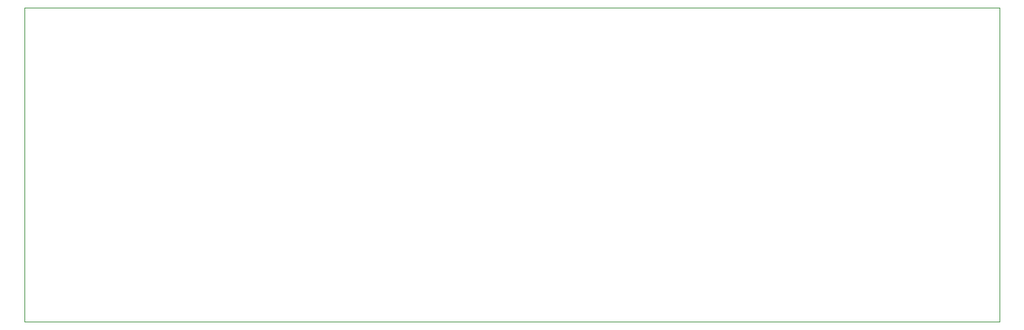
<source format=gbr>
%TF.GenerationSoftware,KiCad,Pcbnew,(5.1.9)-1*%
%TF.CreationDate,2022-01-14T16:31:07-06:00*%
%TF.ProjectId,Power_12V_DualSupply,506f7765-725f-4313-9256-5f4475616c53,rev?*%
%TF.SameCoordinates,Original*%
%TF.FileFunction,Profile,NP*%
%FSLAX46Y46*%
G04 Gerber Fmt 4.6, Leading zero omitted, Abs format (unit mm)*
G04 Created by KiCad (PCBNEW (5.1.9)-1) date 2022-01-14 16:31:07*
%MOMM*%
%LPD*%
G01*
G04 APERTURE LIST*
%TA.AperFunction,Profile*%
%ADD10C,0.050000*%
%TD*%
G04 APERTURE END LIST*
D10*
X215265000Y-100330000D02*
X215265000Y-99695000D01*
X215265000Y-118745000D02*
X215265000Y-100330000D01*
X97155000Y-118745000D02*
X215265000Y-118745000D01*
X97155000Y-80645000D02*
X97155000Y-118745000D01*
X106045000Y-80645000D02*
X97155000Y-80645000D01*
X215265000Y-80645000D02*
X106045000Y-80645000D01*
X215265000Y-99695000D02*
X215265000Y-80645000D01*
M02*

</source>
